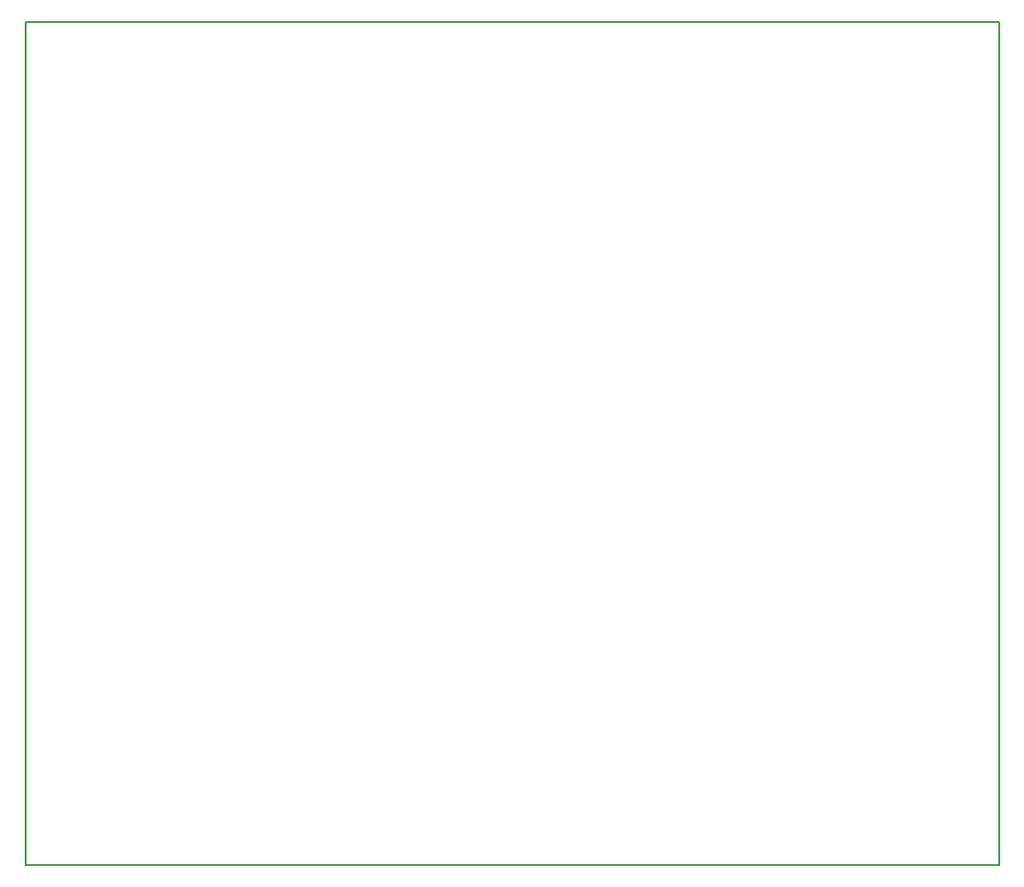
<source format=gbr>
G04 #@! TF.GenerationSoftware,KiCad,Pcbnew,(5.0.0)*
G04 #@! TF.CreationDate,2019-06-02T19:33:40-03:00*
G04 #@! TF.ProjectId,arduino-unoesc,61726475696E6F2D756E6F6573632E6B,0*
G04 #@! TF.SameCoordinates,Original*
G04 #@! TF.FileFunction,Profile,NP*
%FSLAX46Y46*%
G04 Gerber Fmt 4.6, Leading zero omitted, Abs format (unit mm)*
G04 Created by KiCad (PCBNEW (5.0.0)) date 06/02/19 19:33:40*
%MOMM*%
%LPD*%
G01*
G04 APERTURE LIST*
%ADD10C,0.150000*%
G04 APERTURE END LIST*
D10*
X80000000Y-135000000D02*
X80000000Y-57000000D01*
X170000000Y-135000000D02*
X80000000Y-135000000D01*
X170000000Y-57000000D02*
X170000000Y-135000000D01*
X80000000Y-57000000D02*
X170000000Y-57000000D01*
M02*

</source>
